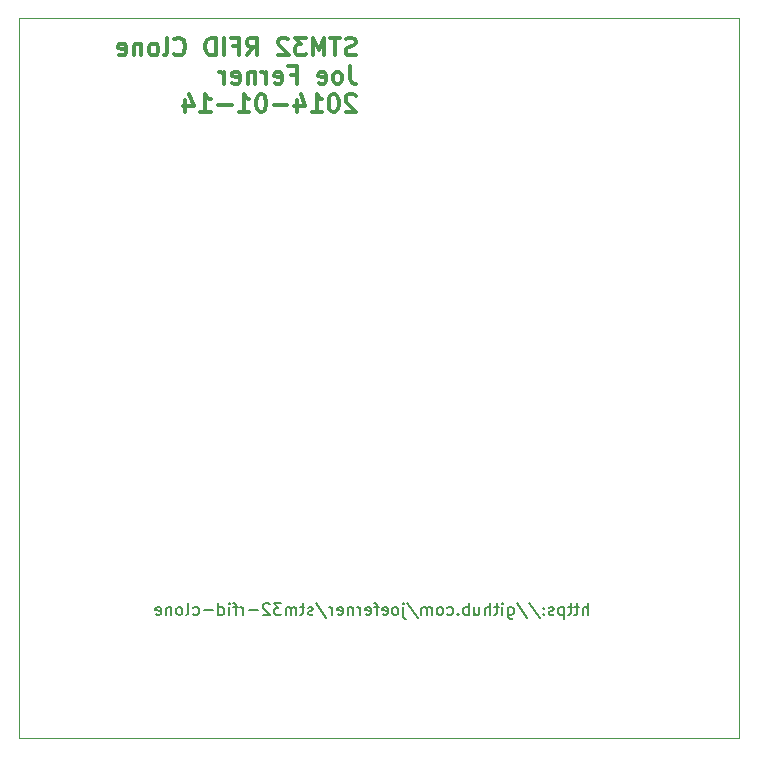
<source format=gbo>
%FSLAX34Y34*%
G04 Gerber Fmt 3.4, Leading zero omitted, Abs format*
G04 (created by PCBNEW (2013-12-26 BZR 4576)-product) date Tue 14 Jan 2014 08:15:22 PM EST*
%MOIN*%
G01*
G70*
G90*
G04 APERTURE LIST*
%ADD10C,0.005906*%
%ADD11C,0.007874*%
%ADD12C,0.011811*%
%ADD13C,0.003937*%
G04 APERTURE END LIST*
G54D10*
G54D11*
X50978Y-50886D02*
X50978Y-50493D01*
X50809Y-50886D02*
X50809Y-50680D01*
X50828Y-50643D01*
X50866Y-50624D01*
X50922Y-50624D01*
X50959Y-50643D01*
X50978Y-50661D01*
X50678Y-50624D02*
X50528Y-50624D01*
X50622Y-50493D02*
X50622Y-50830D01*
X50603Y-50868D01*
X50566Y-50886D01*
X50528Y-50886D01*
X50453Y-50624D02*
X50303Y-50624D01*
X50397Y-50493D02*
X50397Y-50830D01*
X50378Y-50868D01*
X50341Y-50886D01*
X50303Y-50886D01*
X50172Y-50624D02*
X50172Y-51017D01*
X50172Y-50643D02*
X50134Y-50624D01*
X50059Y-50624D01*
X50022Y-50643D01*
X50003Y-50661D01*
X49985Y-50699D01*
X49985Y-50811D01*
X50003Y-50849D01*
X50022Y-50868D01*
X50059Y-50886D01*
X50134Y-50886D01*
X50172Y-50868D01*
X49835Y-50868D02*
X49797Y-50886D01*
X49722Y-50886D01*
X49685Y-50868D01*
X49666Y-50830D01*
X49666Y-50811D01*
X49685Y-50774D01*
X49722Y-50755D01*
X49778Y-50755D01*
X49816Y-50736D01*
X49835Y-50699D01*
X49835Y-50680D01*
X49816Y-50643D01*
X49778Y-50624D01*
X49722Y-50624D01*
X49685Y-50643D01*
X49497Y-50849D02*
X49478Y-50868D01*
X49497Y-50886D01*
X49516Y-50868D01*
X49497Y-50849D01*
X49497Y-50886D01*
X49497Y-50643D02*
X49478Y-50661D01*
X49497Y-50680D01*
X49516Y-50661D01*
X49497Y-50643D01*
X49497Y-50680D01*
X49028Y-50474D02*
X49366Y-50980D01*
X48616Y-50474D02*
X48953Y-50980D01*
X48316Y-50624D02*
X48316Y-50943D01*
X48335Y-50980D01*
X48353Y-50999D01*
X48391Y-51017D01*
X48447Y-51017D01*
X48485Y-50999D01*
X48316Y-50868D02*
X48353Y-50886D01*
X48428Y-50886D01*
X48466Y-50868D01*
X48485Y-50849D01*
X48503Y-50811D01*
X48503Y-50699D01*
X48485Y-50661D01*
X48466Y-50643D01*
X48428Y-50624D01*
X48353Y-50624D01*
X48316Y-50643D01*
X48128Y-50886D02*
X48128Y-50624D01*
X48128Y-50493D02*
X48147Y-50511D01*
X48128Y-50530D01*
X48110Y-50511D01*
X48128Y-50493D01*
X48128Y-50530D01*
X47997Y-50624D02*
X47847Y-50624D01*
X47941Y-50493D02*
X47941Y-50830D01*
X47922Y-50868D01*
X47885Y-50886D01*
X47847Y-50886D01*
X47716Y-50886D02*
X47716Y-50493D01*
X47547Y-50886D02*
X47547Y-50680D01*
X47566Y-50643D01*
X47604Y-50624D01*
X47660Y-50624D01*
X47697Y-50643D01*
X47716Y-50661D01*
X47191Y-50624D02*
X47191Y-50886D01*
X47360Y-50624D02*
X47360Y-50830D01*
X47341Y-50868D01*
X47304Y-50886D01*
X47247Y-50886D01*
X47210Y-50868D01*
X47191Y-50849D01*
X47004Y-50886D02*
X47004Y-50493D01*
X47004Y-50643D02*
X46966Y-50624D01*
X46891Y-50624D01*
X46854Y-50643D01*
X46835Y-50661D01*
X46816Y-50699D01*
X46816Y-50811D01*
X46835Y-50849D01*
X46854Y-50868D01*
X46891Y-50886D01*
X46966Y-50886D01*
X47004Y-50868D01*
X46647Y-50849D02*
X46629Y-50868D01*
X46647Y-50886D01*
X46666Y-50868D01*
X46647Y-50849D01*
X46647Y-50886D01*
X46291Y-50868D02*
X46329Y-50886D01*
X46404Y-50886D01*
X46441Y-50868D01*
X46460Y-50849D01*
X46479Y-50811D01*
X46479Y-50699D01*
X46460Y-50661D01*
X46441Y-50643D01*
X46404Y-50624D01*
X46329Y-50624D01*
X46291Y-50643D01*
X46066Y-50886D02*
X46104Y-50868D01*
X46122Y-50849D01*
X46141Y-50811D01*
X46141Y-50699D01*
X46122Y-50661D01*
X46104Y-50643D01*
X46066Y-50624D01*
X46010Y-50624D01*
X45973Y-50643D01*
X45954Y-50661D01*
X45935Y-50699D01*
X45935Y-50811D01*
X45954Y-50849D01*
X45973Y-50868D01*
X46010Y-50886D01*
X46066Y-50886D01*
X45766Y-50886D02*
X45766Y-50624D01*
X45766Y-50661D02*
X45748Y-50643D01*
X45710Y-50624D01*
X45654Y-50624D01*
X45616Y-50643D01*
X45598Y-50680D01*
X45598Y-50886D01*
X45598Y-50680D02*
X45579Y-50643D01*
X45541Y-50624D01*
X45485Y-50624D01*
X45448Y-50643D01*
X45429Y-50680D01*
X45429Y-50886D01*
X44960Y-50474D02*
X45298Y-50980D01*
X44829Y-50624D02*
X44829Y-50961D01*
X44848Y-50999D01*
X44885Y-51017D01*
X44904Y-51017D01*
X44829Y-50493D02*
X44848Y-50511D01*
X44829Y-50530D01*
X44810Y-50511D01*
X44829Y-50493D01*
X44829Y-50530D01*
X44585Y-50886D02*
X44623Y-50868D01*
X44641Y-50849D01*
X44660Y-50811D01*
X44660Y-50699D01*
X44641Y-50661D01*
X44623Y-50643D01*
X44585Y-50624D01*
X44529Y-50624D01*
X44491Y-50643D01*
X44473Y-50661D01*
X44454Y-50699D01*
X44454Y-50811D01*
X44473Y-50849D01*
X44491Y-50868D01*
X44529Y-50886D01*
X44585Y-50886D01*
X44135Y-50868D02*
X44173Y-50886D01*
X44248Y-50886D01*
X44285Y-50868D01*
X44304Y-50830D01*
X44304Y-50680D01*
X44285Y-50643D01*
X44248Y-50624D01*
X44173Y-50624D01*
X44135Y-50643D01*
X44116Y-50680D01*
X44116Y-50718D01*
X44304Y-50755D01*
X44004Y-50624D02*
X43854Y-50624D01*
X43948Y-50886D02*
X43948Y-50549D01*
X43929Y-50511D01*
X43892Y-50493D01*
X43854Y-50493D01*
X43573Y-50868D02*
X43610Y-50886D01*
X43685Y-50886D01*
X43723Y-50868D01*
X43742Y-50830D01*
X43742Y-50680D01*
X43723Y-50643D01*
X43685Y-50624D01*
X43610Y-50624D01*
X43573Y-50643D01*
X43554Y-50680D01*
X43554Y-50718D01*
X43742Y-50755D01*
X43385Y-50886D02*
X43385Y-50624D01*
X43385Y-50699D02*
X43367Y-50661D01*
X43348Y-50643D01*
X43310Y-50624D01*
X43273Y-50624D01*
X43142Y-50624D02*
X43142Y-50886D01*
X43142Y-50661D02*
X43123Y-50643D01*
X43085Y-50624D01*
X43029Y-50624D01*
X42992Y-50643D01*
X42973Y-50680D01*
X42973Y-50886D01*
X42635Y-50868D02*
X42673Y-50886D01*
X42748Y-50886D01*
X42785Y-50868D01*
X42804Y-50830D01*
X42804Y-50680D01*
X42785Y-50643D01*
X42748Y-50624D01*
X42673Y-50624D01*
X42635Y-50643D01*
X42617Y-50680D01*
X42617Y-50718D01*
X42804Y-50755D01*
X42448Y-50886D02*
X42448Y-50624D01*
X42448Y-50699D02*
X42429Y-50661D01*
X42410Y-50643D01*
X42373Y-50624D01*
X42335Y-50624D01*
X41923Y-50474D02*
X42260Y-50980D01*
X41811Y-50868D02*
X41773Y-50886D01*
X41698Y-50886D01*
X41661Y-50868D01*
X41642Y-50830D01*
X41642Y-50811D01*
X41661Y-50774D01*
X41698Y-50755D01*
X41754Y-50755D01*
X41792Y-50736D01*
X41811Y-50699D01*
X41811Y-50680D01*
X41792Y-50643D01*
X41754Y-50624D01*
X41698Y-50624D01*
X41661Y-50643D01*
X41529Y-50624D02*
X41379Y-50624D01*
X41473Y-50493D02*
X41473Y-50830D01*
X41454Y-50868D01*
X41417Y-50886D01*
X41379Y-50886D01*
X41248Y-50886D02*
X41248Y-50624D01*
X41248Y-50661D02*
X41229Y-50643D01*
X41192Y-50624D01*
X41136Y-50624D01*
X41098Y-50643D01*
X41079Y-50680D01*
X41079Y-50886D01*
X41079Y-50680D02*
X41061Y-50643D01*
X41023Y-50624D01*
X40967Y-50624D01*
X40929Y-50643D01*
X40911Y-50680D01*
X40911Y-50886D01*
X40761Y-50493D02*
X40517Y-50493D01*
X40648Y-50643D01*
X40592Y-50643D01*
X40554Y-50661D01*
X40536Y-50680D01*
X40517Y-50718D01*
X40517Y-50811D01*
X40536Y-50849D01*
X40554Y-50868D01*
X40592Y-50886D01*
X40704Y-50886D01*
X40742Y-50868D01*
X40761Y-50849D01*
X40367Y-50530D02*
X40348Y-50511D01*
X40311Y-50493D01*
X40217Y-50493D01*
X40179Y-50511D01*
X40161Y-50530D01*
X40142Y-50568D01*
X40142Y-50605D01*
X40161Y-50661D01*
X40386Y-50886D01*
X40142Y-50886D01*
X39973Y-50736D02*
X39673Y-50736D01*
X39486Y-50886D02*
X39486Y-50624D01*
X39486Y-50699D02*
X39467Y-50661D01*
X39448Y-50643D01*
X39411Y-50624D01*
X39373Y-50624D01*
X39298Y-50624D02*
X39148Y-50624D01*
X39242Y-50886D02*
X39242Y-50549D01*
X39223Y-50511D01*
X39186Y-50493D01*
X39148Y-50493D01*
X39017Y-50886D02*
X39017Y-50624D01*
X39017Y-50493D02*
X39036Y-50511D01*
X39017Y-50530D01*
X38998Y-50511D01*
X39017Y-50493D01*
X39017Y-50530D01*
X38661Y-50886D02*
X38661Y-50493D01*
X38661Y-50868D02*
X38698Y-50886D01*
X38773Y-50886D01*
X38811Y-50868D01*
X38830Y-50849D01*
X38848Y-50811D01*
X38848Y-50699D01*
X38830Y-50661D01*
X38811Y-50643D01*
X38773Y-50624D01*
X38698Y-50624D01*
X38661Y-50643D01*
X38473Y-50736D02*
X38173Y-50736D01*
X37817Y-50868D02*
X37855Y-50886D01*
X37930Y-50886D01*
X37967Y-50868D01*
X37986Y-50849D01*
X38005Y-50811D01*
X38005Y-50699D01*
X37986Y-50661D01*
X37967Y-50643D01*
X37930Y-50624D01*
X37855Y-50624D01*
X37817Y-50643D01*
X37592Y-50886D02*
X37630Y-50868D01*
X37649Y-50830D01*
X37649Y-50493D01*
X37386Y-50886D02*
X37424Y-50868D01*
X37442Y-50849D01*
X37461Y-50811D01*
X37461Y-50699D01*
X37442Y-50661D01*
X37424Y-50643D01*
X37386Y-50624D01*
X37330Y-50624D01*
X37292Y-50643D01*
X37274Y-50661D01*
X37255Y-50699D01*
X37255Y-50811D01*
X37274Y-50849D01*
X37292Y-50868D01*
X37330Y-50886D01*
X37386Y-50886D01*
X37086Y-50624D02*
X37086Y-50886D01*
X37086Y-50661D02*
X37067Y-50643D01*
X37030Y-50624D01*
X36974Y-50624D01*
X36936Y-50643D01*
X36917Y-50680D01*
X36917Y-50886D01*
X36580Y-50868D02*
X36617Y-50886D01*
X36692Y-50886D01*
X36730Y-50868D01*
X36749Y-50830D01*
X36749Y-50680D01*
X36730Y-50643D01*
X36692Y-50624D01*
X36617Y-50624D01*
X36580Y-50643D01*
X36561Y-50680D01*
X36561Y-50718D01*
X36749Y-50755D01*
G54D12*
X43233Y-32207D02*
X43149Y-32235D01*
X43008Y-32235D01*
X42952Y-32207D01*
X42924Y-32179D01*
X42896Y-32123D01*
X42896Y-32066D01*
X42924Y-32010D01*
X42952Y-31982D01*
X43008Y-31954D01*
X43121Y-31926D01*
X43177Y-31898D01*
X43205Y-31870D01*
X43233Y-31813D01*
X43233Y-31757D01*
X43205Y-31701D01*
X43177Y-31673D01*
X43121Y-31645D01*
X42980Y-31645D01*
X42896Y-31673D01*
X42727Y-31645D02*
X42390Y-31645D01*
X42559Y-32235D02*
X42559Y-31645D01*
X42193Y-32235D02*
X42193Y-31645D01*
X41996Y-32066D01*
X41799Y-31645D01*
X41799Y-32235D01*
X41574Y-31645D02*
X41209Y-31645D01*
X41406Y-31870D01*
X41321Y-31870D01*
X41265Y-31898D01*
X41237Y-31926D01*
X41209Y-31982D01*
X41209Y-32123D01*
X41237Y-32179D01*
X41265Y-32207D01*
X41321Y-32235D01*
X41490Y-32235D01*
X41546Y-32207D01*
X41574Y-32179D01*
X40984Y-31701D02*
X40956Y-31673D01*
X40899Y-31645D01*
X40759Y-31645D01*
X40703Y-31673D01*
X40674Y-31701D01*
X40646Y-31757D01*
X40646Y-31813D01*
X40674Y-31898D01*
X41012Y-32235D01*
X40646Y-32235D01*
X39606Y-32235D02*
X39803Y-31954D01*
X39943Y-32235D02*
X39943Y-31645D01*
X39718Y-31645D01*
X39662Y-31673D01*
X39634Y-31701D01*
X39606Y-31757D01*
X39606Y-31841D01*
X39634Y-31898D01*
X39662Y-31926D01*
X39718Y-31954D01*
X39943Y-31954D01*
X39156Y-31926D02*
X39353Y-31926D01*
X39353Y-32235D02*
X39353Y-31645D01*
X39071Y-31645D01*
X38847Y-32235D02*
X38847Y-31645D01*
X38565Y-32235D02*
X38565Y-31645D01*
X38425Y-31645D01*
X38340Y-31673D01*
X38284Y-31729D01*
X38256Y-31785D01*
X38228Y-31898D01*
X38228Y-31982D01*
X38256Y-32095D01*
X38284Y-32151D01*
X38340Y-32207D01*
X38425Y-32235D01*
X38565Y-32235D01*
X37187Y-32179D02*
X37215Y-32207D01*
X37300Y-32235D01*
X37356Y-32235D01*
X37440Y-32207D01*
X37497Y-32151D01*
X37525Y-32095D01*
X37553Y-31982D01*
X37553Y-31898D01*
X37525Y-31785D01*
X37497Y-31729D01*
X37440Y-31673D01*
X37356Y-31645D01*
X37300Y-31645D01*
X37215Y-31673D01*
X37187Y-31701D01*
X36850Y-32235D02*
X36906Y-32207D01*
X36934Y-32151D01*
X36934Y-31645D01*
X36541Y-32235D02*
X36597Y-32207D01*
X36625Y-32179D01*
X36653Y-32123D01*
X36653Y-31954D01*
X36625Y-31898D01*
X36597Y-31870D01*
X36541Y-31841D01*
X36456Y-31841D01*
X36400Y-31870D01*
X36372Y-31898D01*
X36344Y-31954D01*
X36344Y-32123D01*
X36372Y-32179D01*
X36400Y-32207D01*
X36456Y-32235D01*
X36541Y-32235D01*
X36091Y-31841D02*
X36091Y-32235D01*
X36091Y-31898D02*
X36062Y-31870D01*
X36006Y-31841D01*
X35922Y-31841D01*
X35866Y-31870D01*
X35838Y-31926D01*
X35838Y-32235D01*
X35331Y-32207D02*
X35388Y-32235D01*
X35500Y-32235D01*
X35556Y-32207D01*
X35584Y-32151D01*
X35584Y-31926D01*
X35556Y-31870D01*
X35500Y-31841D01*
X35388Y-31841D01*
X35331Y-31870D01*
X35303Y-31926D01*
X35303Y-31982D01*
X35584Y-32038D01*
X43037Y-32589D02*
X43037Y-33011D01*
X43065Y-33096D01*
X43121Y-33152D01*
X43205Y-33180D01*
X43262Y-33180D01*
X42671Y-33180D02*
X42727Y-33152D01*
X42755Y-33124D01*
X42784Y-33068D01*
X42784Y-32899D01*
X42755Y-32843D01*
X42727Y-32814D01*
X42671Y-32786D01*
X42587Y-32786D01*
X42530Y-32814D01*
X42502Y-32843D01*
X42474Y-32899D01*
X42474Y-33068D01*
X42502Y-33124D01*
X42530Y-33152D01*
X42587Y-33180D01*
X42671Y-33180D01*
X41996Y-33152D02*
X42052Y-33180D01*
X42165Y-33180D01*
X42221Y-33152D01*
X42249Y-33096D01*
X42249Y-32871D01*
X42221Y-32814D01*
X42165Y-32786D01*
X42052Y-32786D01*
X41996Y-32814D01*
X41968Y-32871D01*
X41968Y-32927D01*
X42249Y-32983D01*
X41068Y-32871D02*
X41265Y-32871D01*
X41265Y-33180D02*
X41265Y-32589D01*
X40984Y-32589D01*
X40534Y-33152D02*
X40590Y-33180D01*
X40703Y-33180D01*
X40759Y-33152D01*
X40787Y-33096D01*
X40787Y-32871D01*
X40759Y-32814D01*
X40703Y-32786D01*
X40590Y-32786D01*
X40534Y-32814D01*
X40506Y-32871D01*
X40506Y-32927D01*
X40787Y-32983D01*
X40253Y-33180D02*
X40253Y-32786D01*
X40253Y-32899D02*
X40224Y-32843D01*
X40196Y-32814D01*
X40140Y-32786D01*
X40084Y-32786D01*
X39887Y-32786D02*
X39887Y-33180D01*
X39887Y-32843D02*
X39859Y-32814D01*
X39803Y-32786D01*
X39718Y-32786D01*
X39662Y-32814D01*
X39634Y-32871D01*
X39634Y-33180D01*
X39128Y-33152D02*
X39184Y-33180D01*
X39296Y-33180D01*
X39353Y-33152D01*
X39381Y-33096D01*
X39381Y-32871D01*
X39353Y-32814D01*
X39296Y-32786D01*
X39184Y-32786D01*
X39128Y-32814D01*
X39100Y-32871D01*
X39100Y-32927D01*
X39381Y-32983D01*
X38847Y-33180D02*
X38847Y-32786D01*
X38847Y-32899D02*
X38818Y-32843D01*
X38790Y-32814D01*
X38734Y-32786D01*
X38678Y-32786D01*
X43233Y-33591D02*
X43205Y-33562D01*
X43149Y-33534D01*
X43008Y-33534D01*
X42952Y-33562D01*
X42924Y-33591D01*
X42896Y-33647D01*
X42896Y-33703D01*
X42924Y-33787D01*
X43262Y-34125D01*
X42896Y-34125D01*
X42530Y-33534D02*
X42474Y-33534D01*
X42418Y-33562D01*
X42390Y-33591D01*
X42362Y-33647D01*
X42334Y-33759D01*
X42334Y-33900D01*
X42362Y-34012D01*
X42390Y-34069D01*
X42418Y-34097D01*
X42474Y-34125D01*
X42530Y-34125D01*
X42587Y-34097D01*
X42615Y-34069D01*
X42643Y-34012D01*
X42671Y-33900D01*
X42671Y-33759D01*
X42643Y-33647D01*
X42615Y-33591D01*
X42587Y-33562D01*
X42530Y-33534D01*
X41771Y-34125D02*
X42109Y-34125D01*
X41940Y-34125D02*
X41940Y-33534D01*
X41996Y-33619D01*
X42052Y-33675D01*
X42109Y-33703D01*
X41265Y-33731D02*
X41265Y-34125D01*
X41406Y-33506D02*
X41546Y-33928D01*
X41181Y-33928D01*
X40956Y-33900D02*
X40506Y-33900D01*
X40112Y-33534D02*
X40056Y-33534D01*
X40000Y-33562D01*
X39971Y-33591D01*
X39943Y-33647D01*
X39915Y-33759D01*
X39915Y-33900D01*
X39943Y-34012D01*
X39971Y-34069D01*
X40000Y-34097D01*
X40056Y-34125D01*
X40112Y-34125D01*
X40168Y-34097D01*
X40196Y-34069D01*
X40224Y-34012D01*
X40253Y-33900D01*
X40253Y-33759D01*
X40224Y-33647D01*
X40196Y-33591D01*
X40168Y-33562D01*
X40112Y-33534D01*
X39353Y-34125D02*
X39690Y-34125D01*
X39521Y-34125D02*
X39521Y-33534D01*
X39578Y-33619D01*
X39634Y-33675D01*
X39690Y-33703D01*
X39100Y-33900D02*
X38650Y-33900D01*
X38059Y-34125D02*
X38397Y-34125D01*
X38228Y-34125D02*
X38228Y-33534D01*
X38284Y-33619D01*
X38340Y-33675D01*
X38397Y-33703D01*
X37553Y-33731D02*
X37553Y-34125D01*
X37694Y-33506D02*
X37834Y-33928D01*
X37469Y-33928D01*
G54D13*
X32000Y-55000D02*
X32000Y-31000D01*
X56000Y-55000D02*
X32000Y-55000D01*
X56000Y-31000D02*
X56000Y-55000D01*
X32000Y-31000D02*
X56000Y-31000D01*
M02*

</source>
